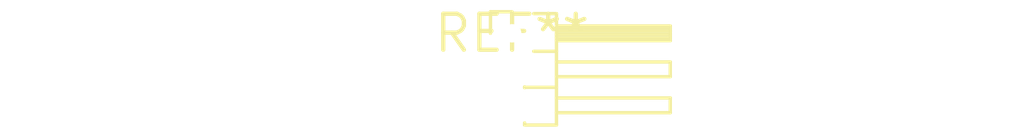
<source format=kicad_pcb>
(kicad_pcb (version 20240108) (generator pcbnew)
  (layers (0 "F.Cu" signal) (31 "B.Cu" signal) (34 "B.Paste" user) (35 "F.Paste" user) (36 "B.SilkS" user "B.Silkscreen") (37 "F.SilkS" user "F.Silkscreen") (38 "B.Mask" user) (39 "F.Mask" user) (44 "Edge.Cuts" user))
  (net 0 "")
  (footprint "PinHeader_1x03_P1.27mm_Horizontal" (layer "F.Cu") (at 0 0)
    (property "Reference" "REF**")
    (property "Value" "PinHeader_1x03_P1.27mm_Horizontal")
    (fp_line (start -0.76 -0.76) (end 0 -0.76) (layer "F.SilkS") (stroke (width 0.12)))
    (fp_line (start -0.76 0) (end -0.76 -0.76) (layer "F.SilkS") (stroke (width 0.12)))
    (fp_line (start 0.44 1.889677) (end 0.44 1.920323) (layer "F.SilkS") (stroke (width 0.12)))
    (fp_line (start 0.44 1.905) (end 1.56 1.905) (layer "F.SilkS") (stroke (width 0.12)))
    (fp_line (start 0.44 3.235) (end 0.44 3.159677) (layer "F.SilkS") (stroke (width 0.12)))
    (fp_line (start 0.76 -0.695) (end 1.56 -0.695) (layer "F.SilkS") (stroke (width 0.12)))
    (fp_line (start 0.76 0.635) (end 1.56 0.635) (layer "F.SilkS") (stroke (width 0.12)))
    (fp_line (start 1.56 -0.695) (end 1.56 3.235) (layer "F.SilkS") (stroke (width 0.12)))
    (fp_line (start 1.56 -0.26) (end 5.56 -0.26) (layer "F.SilkS") (stroke (width 0.12)))
    (fp_line (start 1.56 -0.2) (end 5.56 -0.2) (layer "F.SilkS") (stroke (width 0.12)))
    (fp_line (start 1.56 -0.08) (end 5.56 -0.08) (layer "F.SilkS") (stroke (width 0.12)))
    (fp_line (start 1.56 0.04) (end 5.56 0.04) (layer "F.SilkS") (stroke (width 0.12)))
    (fp_line (start 1.56 0.16) (end 5.56 0.16) (layer "F.SilkS") (stroke (width 0.12)))
    (fp_line (start 1.56 1.01) (end 5.56 1.01) (layer "F.SilkS") (stroke (width 0.12)))
    (fp_line (start 1.56 2.28) (end 5.56 2.28) (layer "F.SilkS") (stroke (width 0.12)))
    (fp_line (start 1.56 3.235) (end 0.44 3.235) (layer "F.SilkS") (stroke (width 0.12)))
    (fp_line (start 5.56 -0.26) (end 5.56 0.26) (layer "F.SilkS") (stroke (width 0.12)))
    (fp_line (start 5.56 0.26) (end 1.56 0.26) (layer "F.SilkS") (stroke (width 0.12)))
    (fp_line (start 5.56 1.01) (end 5.56 1.53) (layer "F.SilkS") (stroke (width 0.12)))
    (fp_line (start 5.56 1.53) (end 1.56 1.53) (layer "F.SilkS") (stroke (width 0.12)))
    (fp_line (start 5.56 2.28) (end 5.56 2.8) (layer "F.SilkS") (stroke (width 0.12)))
    (fp_line (start 5.56 2.8) (end 1.56 2.8) (layer "F.SilkS") (stroke (width 0.12)))
    (pad "1" thru_hole rect (at 0 0) (size 1 1) (drill 0.65) (layers *.Cu *.Mask) (remove_unused_layers))
    (pad "2" thru_hole oval (at 0 1.27) (size 1 1) (drill 0.65) (layers *.Cu *.Mask) (remove_unused_layers))
    (pad "3" thru_hole oval (at 0 2.54) (size 1 1) (drill 0.65) (layers *.Cu *.Mask) (remove_unused_layers))
  )
)
</source>
